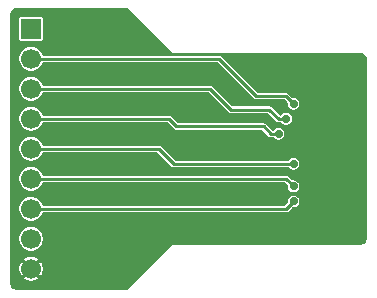
<source format=gbr>
%TF.GenerationSoftware,KiCad,Pcbnew,9.0.2+dfsg-1*%
%TF.CreationDate,2025-06-14T17:41:50+08:00*%
%TF.ProjectId,sd,73642e6b-6963-4616-945f-706362585858,rev?*%
%TF.SameCoordinates,Original*%
%TF.FileFunction,Copper,L2,Bot*%
%TF.FilePolarity,Positive*%
%FSLAX46Y46*%
G04 Gerber Fmt 4.6, Leading zero omitted, Abs format (unit mm)*
G04 Created by KiCad (PCBNEW 9.0.2+dfsg-1) date 2025-06-14 17:41:50*
%MOMM*%
%LPD*%
G01*
G04 APERTURE LIST*
%TA.AperFunction,ComponentPad*%
%ADD10R,1.700000X1.700000*%
%TD*%
%TA.AperFunction,ComponentPad*%
%ADD11C,1.700000*%
%TD*%
%TA.AperFunction,ViaPad*%
%ADD12C,0.700000*%
%TD*%
%TA.AperFunction,Conductor*%
%ADD13C,0.228600*%
%TD*%
G04 APERTURE END LIST*
D10*
%TO.P,J2,1,Pin_1*%
%TO.N,VCC*%
X147955000Y-85090000D03*
D11*
%TO.P,J2,2,Pin_2*%
%TO.N,/D2*%
X147955000Y-87630000D03*
%TO.P,J2,3,Pin_3*%
%TO.N,/D3*%
X147955000Y-90170000D03*
%TO.P,J2,4,Pin_4*%
%TO.N,/CMD*%
X147955000Y-92710000D03*
%TO.P,J2,5,Pin_5*%
%TO.N,/CLK*%
X147955000Y-95250000D03*
%TO.P,J2,6,Pin_6*%
%TO.N,/D0*%
X147955000Y-97790000D03*
%TO.P,J2,7,Pin_7*%
%TO.N,/D1*%
X147955000Y-100330000D03*
%TO.P,J2,8,Pin_8*%
%TO.N,/DET*%
X147955000Y-102870000D03*
%TO.P,J2,9,Pin_9*%
%TO.N,GND*%
X147955000Y-105410000D03*
%TD*%
D12*
%TO.N,GND*%
X168910000Y-89535000D03*
X156845000Y-105410000D03*
X156845000Y-99060000D03*
X168910000Y-102235000D03*
X170180000Y-102235000D03*
X151765000Y-86995000D03*
X150495000Y-104140000D03*
X150495000Y-88900000D03*
X151765000Y-96520000D03*
X173990000Y-98425000D03*
X155575000Y-105410000D03*
X163830000Y-99060000D03*
X150495000Y-84455000D03*
X150495000Y-96520000D03*
X151765000Y-101600000D03*
X151765000Y-84455000D03*
X150495000Y-86995000D03*
X173990000Y-90805000D03*
X153670000Y-93980000D03*
X167640000Y-102235000D03*
X168275000Y-99060000D03*
X170180000Y-89535000D03*
X154305000Y-105410000D03*
X150495000Y-91440000D03*
X150495000Y-99060000D03*
X151765000Y-104140000D03*
X173990000Y-93345000D03*
X156845000Y-84896400D03*
X151765000Y-91440000D03*
X151765000Y-88900000D03*
X151765000Y-93980000D03*
X165100000Y-90170000D03*
X150495000Y-93980000D03*
X163830000Y-95250000D03*
X163830000Y-92075000D03*
X167640000Y-89535000D03*
X159385000Y-91440000D03*
X173990000Y-100965000D03*
X159385000Y-99060000D03*
X173990000Y-95885000D03*
X168910000Y-91440000D03*
X156845000Y-86995000D03*
X155575000Y-93980000D03*
X159385000Y-93980000D03*
X150495000Y-101600000D03*
X151765000Y-99060000D03*
%TO.N,/CLK*%
X170180000Y-96520000D03*
%TO.N,/D1*%
X170180000Y-99695000D03*
%TO.N,/D3*%
X169545000Y-92710000D03*
%TO.N,/D0*%
X170180000Y-98425000D03*
%TO.N,/CMD*%
X168910000Y-93980000D03*
%TO.N,/D2*%
X170180000Y-91440000D03*
%TD*%
D13*
%TO.N,/CLK*%
X158750000Y-95250000D02*
X160020000Y-96520000D01*
X170180000Y-96520000D02*
X160020000Y-96520000D01*
X147955000Y-95250000D02*
X158750000Y-95250000D01*
%TO.N,/D1*%
X169545000Y-100330000D02*
X147955000Y-100330000D01*
X170180000Y-99695000D02*
X169545000Y-100330000D01*
%TO.N,/D3*%
X164850000Y-91920000D02*
X163100000Y-90170000D01*
X163100000Y-90170000D02*
X147955000Y-90170000D01*
X169545000Y-92710000D02*
X168910000Y-92710000D01*
X168120000Y-91920000D02*
X164850000Y-91920000D01*
X168910000Y-92710000D02*
X168120000Y-91920000D01*
%TO.N,/D0*%
X170180000Y-98425000D02*
X169545000Y-97790000D01*
X169545000Y-97790000D02*
X147955000Y-97790000D01*
%TO.N,/CMD*%
X159625000Y-92710000D02*
X160260000Y-93345000D01*
X167640000Y-93345000D02*
X168275000Y-93980000D01*
X168275000Y-93980000D02*
X168910000Y-93980000D01*
X147955000Y-92710000D02*
X159625000Y-92710000D01*
X160260000Y-93345000D02*
X167640000Y-93345000D01*
%TO.N,/D2*%
X169510000Y-90770000D02*
X167005000Y-90770000D01*
X167005000Y-90770000D02*
X163865000Y-87630000D01*
X170180000Y-91440000D02*
X169510000Y-90770000D01*
X163865000Y-87630000D02*
X147955000Y-87630000D01*
%TD*%
%TA.AperFunction,Conductor*%
%TO.N,GND*%
G36*
X156163856Y-83355493D02*
G01*
X156168692Y-83359926D01*
X159933388Y-87124622D01*
X159933390Y-87124623D01*
X159966308Y-87138258D01*
X159966313Y-87138259D01*
X159989586Y-87147900D01*
X159989587Y-87147900D01*
X160050414Y-87147900D01*
X175860102Y-87147900D01*
X175890069Y-87147900D01*
X175899884Y-87148543D01*
X176009964Y-87163035D01*
X176028920Y-87168114D01*
X176126907Y-87208702D01*
X176143902Y-87218514D01*
X176185973Y-87250796D01*
X176228041Y-87283077D01*
X176241922Y-87296958D01*
X176306483Y-87381094D01*
X176316299Y-87398095D01*
X176356884Y-87496076D01*
X176361965Y-87515038D01*
X176376457Y-87625114D01*
X176377100Y-87634930D01*
X176377100Y-102865069D01*
X176376457Y-102874885D01*
X176361965Y-102984961D01*
X176356884Y-103003923D01*
X176316299Y-103101904D01*
X176306483Y-103118905D01*
X176241922Y-103203041D01*
X176228041Y-103216922D01*
X176143905Y-103281483D01*
X176126904Y-103291299D01*
X176028923Y-103331884D01*
X176009961Y-103336965D01*
X175948558Y-103345049D01*
X175899883Y-103351457D01*
X175890069Y-103352100D01*
X159989586Y-103352100D01*
X159966309Y-103361741D01*
X159966307Y-103361741D01*
X159933391Y-103375376D01*
X159933388Y-103375378D01*
X156168692Y-107140074D01*
X156122072Y-107161814D01*
X156115518Y-107162100D01*
X146689931Y-107162100D01*
X146680116Y-107161457D01*
X146633046Y-107155260D01*
X146570038Y-107146965D01*
X146551076Y-107141884D01*
X146453095Y-107101299D01*
X146436094Y-107091483D01*
X146351958Y-107026922D01*
X146338077Y-107013041D01*
X146273516Y-106928905D01*
X146263702Y-106911907D01*
X146223114Y-106813920D01*
X146218035Y-106794964D01*
X146203543Y-106684884D01*
X146202900Y-106675069D01*
X146202900Y-105311270D01*
X146952600Y-105311270D01*
X146952600Y-105508729D01*
X146991121Y-105702385D01*
X146991122Y-105702388D01*
X147066684Y-105884812D01*
X147145982Y-106003491D01*
X147510086Y-105639386D01*
X147554901Y-105717007D01*
X147647993Y-105810099D01*
X147725611Y-105854912D01*
X147361507Y-106219016D01*
X147480187Y-106298315D01*
X147662611Y-106373877D01*
X147662614Y-106373878D01*
X147856270Y-106412400D01*
X148053730Y-106412400D01*
X148247385Y-106373878D01*
X148247388Y-106373877D01*
X148429816Y-106298313D01*
X148548490Y-106219017D01*
X148548491Y-106219016D01*
X148184387Y-105854912D01*
X148262007Y-105810099D01*
X148355099Y-105717007D01*
X148399912Y-105639387D01*
X148764016Y-106003491D01*
X148764017Y-106003490D01*
X148843313Y-105884816D01*
X148918877Y-105702388D01*
X148918878Y-105702385D01*
X148957400Y-105508729D01*
X148957400Y-105311270D01*
X148918878Y-105117614D01*
X148918877Y-105117611D01*
X148843315Y-104935187D01*
X148764016Y-104816507D01*
X148399912Y-105180611D01*
X148355099Y-105102993D01*
X148262007Y-105009901D01*
X148184387Y-104965087D01*
X148548491Y-104600982D01*
X148429812Y-104521684D01*
X148247388Y-104446122D01*
X148247385Y-104446121D01*
X148053730Y-104407600D01*
X147856270Y-104407600D01*
X147662614Y-104446121D01*
X147662611Y-104446122D01*
X147480184Y-104521685D01*
X147361507Y-104600981D01*
X147361507Y-104600982D01*
X147725612Y-104965087D01*
X147647993Y-105009901D01*
X147554901Y-105102993D01*
X147510087Y-105180612D01*
X147145982Y-104816507D01*
X147145981Y-104816507D01*
X147066685Y-104935184D01*
X146991122Y-105117611D01*
X146991121Y-105117614D01*
X146952600Y-105311270D01*
X146202900Y-105311270D01*
X146202900Y-102771222D01*
X146952100Y-102771222D01*
X146952100Y-102968777D01*
X146990641Y-103162537D01*
X146990642Y-103162538D01*
X147062892Y-103336965D01*
X147066241Y-103345051D01*
X147175996Y-103509312D01*
X147175997Y-103509313D01*
X147176000Y-103509317D01*
X147315682Y-103648999D01*
X147315685Y-103649001D01*
X147315688Y-103649004D01*
X147479949Y-103758759D01*
X147662461Y-103834357D01*
X147662462Y-103834358D01*
X147662463Y-103834358D01*
X147662465Y-103834359D01*
X147792218Y-103860168D01*
X147856222Y-103872900D01*
X147856223Y-103872900D01*
X148053778Y-103872900D01*
X148101889Y-103863329D01*
X148247535Y-103834359D01*
X148430051Y-103758759D01*
X148594312Y-103649004D01*
X148734004Y-103509312D01*
X148843759Y-103345051D01*
X148919359Y-103162535D01*
X148957900Y-102968777D01*
X148957900Y-102771223D01*
X148919359Y-102577465D01*
X148843759Y-102394949D01*
X148734004Y-102230688D01*
X148734001Y-102230685D01*
X148733999Y-102230682D01*
X148594317Y-102091000D01*
X148594313Y-102090997D01*
X148594312Y-102090996D01*
X148430051Y-101981241D01*
X148430049Y-101981240D01*
X148247538Y-101905642D01*
X148247537Y-101905641D01*
X148053778Y-101867100D01*
X148053777Y-101867100D01*
X147856223Y-101867100D01*
X147856222Y-101867100D01*
X147662462Y-101905641D01*
X147662461Y-101905642D01*
X147479950Y-101981240D01*
X147315682Y-102091000D01*
X147176000Y-102230682D01*
X147066240Y-102394950D01*
X146990642Y-102577461D01*
X146990641Y-102577462D01*
X146952100Y-102771222D01*
X146202900Y-102771222D01*
X146202900Y-100231222D01*
X146952100Y-100231222D01*
X146952100Y-100428777D01*
X146990641Y-100622537D01*
X146990642Y-100622538D01*
X147066241Y-100805051D01*
X147175996Y-100969312D01*
X147175997Y-100969313D01*
X147176000Y-100969317D01*
X147315682Y-101108999D01*
X147315685Y-101109001D01*
X147315688Y-101109004D01*
X147479949Y-101218759D01*
X147662461Y-101294357D01*
X147662462Y-101294358D01*
X147662463Y-101294358D01*
X147662465Y-101294359D01*
X147792218Y-101320168D01*
X147856222Y-101332900D01*
X147856223Y-101332900D01*
X148053778Y-101332900D01*
X148101889Y-101323329D01*
X148247535Y-101294359D01*
X148430051Y-101218759D01*
X148594312Y-101109004D01*
X148734004Y-100969312D01*
X148843759Y-100805051D01*
X148910625Y-100643620D01*
X148945376Y-100605697D01*
X148980100Y-100597200D01*
X169598147Y-100597200D01*
X169598149Y-100597200D01*
X169696357Y-100556521D01*
X170036707Y-100216170D01*
X170083326Y-100194431D01*
X170109342Y-100196707D01*
X170113792Y-100197900D01*
X170113793Y-100197900D01*
X170246206Y-100197900D01*
X170246208Y-100197900D01*
X170374112Y-100163629D01*
X170488788Y-100097421D01*
X170582421Y-100003788D01*
X170648629Y-99889112D01*
X170682900Y-99761208D01*
X170682900Y-99628792D01*
X170648629Y-99500888D01*
X170648628Y-99500887D01*
X170648628Y-99500885D01*
X170611613Y-99436775D01*
X170582421Y-99386212D01*
X170582419Y-99386210D01*
X170582417Y-99386207D01*
X170488792Y-99292582D01*
X170488786Y-99292578D01*
X170374114Y-99226371D01*
X170310160Y-99209235D01*
X170246208Y-99192100D01*
X170113792Y-99192100D01*
X170062630Y-99205808D01*
X169985885Y-99226371D01*
X169871213Y-99292578D01*
X169871207Y-99292582D01*
X169777582Y-99386207D01*
X169777578Y-99386213D01*
X169711371Y-99500885D01*
X169697945Y-99550996D01*
X169677100Y-99628792D01*
X169677100Y-99761208D01*
X169678292Y-99765656D01*
X169673807Y-99816900D01*
X169658829Y-99838291D01*
X169456348Y-100040774D01*
X169409727Y-100062514D01*
X169403173Y-100062800D01*
X148980100Y-100062800D01*
X148931762Y-100045207D01*
X148910625Y-100016379D01*
X148843759Y-99854949D01*
X148734004Y-99690688D01*
X148734001Y-99690685D01*
X148733999Y-99690682D01*
X148594317Y-99551000D01*
X148594313Y-99550997D01*
X148594312Y-99550996D01*
X148430051Y-99441241D01*
X148297201Y-99386213D01*
X148247538Y-99365642D01*
X148247537Y-99365641D01*
X148053778Y-99327100D01*
X148053777Y-99327100D01*
X147856223Y-99327100D01*
X147856222Y-99327100D01*
X147662462Y-99365641D01*
X147662461Y-99365642D01*
X147479950Y-99441240D01*
X147315682Y-99551000D01*
X147176000Y-99690682D01*
X147066240Y-99854950D01*
X146990642Y-100037461D01*
X146990641Y-100037462D01*
X146952100Y-100231222D01*
X146202900Y-100231222D01*
X146202900Y-97691222D01*
X146952100Y-97691222D01*
X146952100Y-97888777D01*
X146990641Y-98082537D01*
X146990642Y-98082538D01*
X147066241Y-98265051D01*
X147175996Y-98429312D01*
X147175997Y-98429313D01*
X147176000Y-98429317D01*
X147315682Y-98568999D01*
X147315685Y-98569001D01*
X147315688Y-98569004D01*
X147479949Y-98678759D01*
X147662461Y-98754357D01*
X147662462Y-98754358D01*
X147662463Y-98754358D01*
X147662465Y-98754359D01*
X147792218Y-98780168D01*
X147856222Y-98792900D01*
X147856223Y-98792900D01*
X148053778Y-98792900D01*
X148101889Y-98783329D01*
X148247535Y-98754359D01*
X148430051Y-98678759D01*
X148594312Y-98569004D01*
X148734004Y-98429312D01*
X148843759Y-98265051D01*
X148910625Y-98103620D01*
X148945376Y-98065697D01*
X148980100Y-98057200D01*
X169403174Y-98057200D01*
X169451512Y-98074793D01*
X169456348Y-98079226D01*
X169658827Y-98281705D01*
X169680567Y-98328325D01*
X169678293Y-98354332D01*
X169677100Y-98358785D01*
X169677100Y-98358792D01*
X169677100Y-98491208D01*
X169697662Y-98567950D01*
X169711371Y-98619114D01*
X169777578Y-98733786D01*
X169777582Y-98733792D01*
X169871207Y-98827417D01*
X169871210Y-98827419D01*
X169871212Y-98827421D01*
X169921775Y-98856613D01*
X169985885Y-98893628D01*
X169985887Y-98893628D01*
X169985888Y-98893629D01*
X170113792Y-98927900D01*
X170113794Y-98927900D01*
X170246206Y-98927900D01*
X170246208Y-98927900D01*
X170374112Y-98893629D01*
X170488788Y-98827421D01*
X170582421Y-98733788D01*
X170648629Y-98619112D01*
X170682900Y-98491208D01*
X170682900Y-98358792D01*
X170648629Y-98230888D01*
X170648628Y-98230887D01*
X170648628Y-98230885D01*
X170611613Y-98166775D01*
X170582421Y-98116212D01*
X170582419Y-98116210D01*
X170582417Y-98116207D01*
X170488792Y-98022582D01*
X170488786Y-98022578D01*
X170374114Y-97956371D01*
X170310160Y-97939235D01*
X170246208Y-97922100D01*
X170113792Y-97922100D01*
X170113789Y-97922100D01*
X170109335Y-97923293D01*
X170058092Y-97918804D01*
X170036706Y-97903827D01*
X169696359Y-97563480D01*
X169696357Y-97563479D01*
X169598149Y-97522800D01*
X169598148Y-97522800D01*
X148980100Y-97522800D01*
X148931762Y-97505207D01*
X148910625Y-97476379D01*
X148843759Y-97314949D01*
X148734004Y-97150688D01*
X148734001Y-97150685D01*
X148733999Y-97150682D01*
X148594317Y-97011000D01*
X148594313Y-97010997D01*
X148594312Y-97010996D01*
X148430051Y-96901241D01*
X148430049Y-96901240D01*
X148247538Y-96825642D01*
X148247537Y-96825641D01*
X148053778Y-96787100D01*
X148053777Y-96787100D01*
X147856223Y-96787100D01*
X147856222Y-96787100D01*
X147662462Y-96825641D01*
X147662461Y-96825642D01*
X147479950Y-96901240D01*
X147315682Y-97011000D01*
X147176000Y-97150682D01*
X147066240Y-97314950D01*
X146990642Y-97497461D01*
X146990641Y-97497462D01*
X146952100Y-97691222D01*
X146202900Y-97691222D01*
X146202900Y-95151222D01*
X146952100Y-95151222D01*
X146952100Y-95348777D01*
X146990641Y-95542537D01*
X146990642Y-95542538D01*
X147066241Y-95725051D01*
X147175996Y-95889312D01*
X147175997Y-95889313D01*
X147176000Y-95889317D01*
X147315682Y-96028999D01*
X147315685Y-96029001D01*
X147315688Y-96029004D01*
X147479949Y-96138759D01*
X147662461Y-96214357D01*
X147662462Y-96214358D01*
X147662463Y-96214358D01*
X147662465Y-96214359D01*
X147767275Y-96235207D01*
X147856222Y-96252900D01*
X147856223Y-96252900D01*
X148053778Y-96252900D01*
X148142725Y-96235207D01*
X148247535Y-96214359D01*
X148430051Y-96138759D01*
X148594312Y-96029004D01*
X148734004Y-95889312D01*
X148843759Y-95725051D01*
X148910625Y-95563620D01*
X148945376Y-95525697D01*
X148980100Y-95517200D01*
X158608174Y-95517200D01*
X158656512Y-95534793D01*
X158661348Y-95539226D01*
X159793479Y-96671357D01*
X159868643Y-96746521D01*
X159966851Y-96787200D01*
X169710151Y-96787200D01*
X169758489Y-96804793D01*
X169775277Y-96824801D01*
X169777579Y-96828789D01*
X169871207Y-96922417D01*
X169871210Y-96922419D01*
X169871212Y-96922421D01*
X169921775Y-96951613D01*
X169985885Y-96988628D01*
X169985887Y-96988628D01*
X169985888Y-96988629D01*
X170113792Y-97022900D01*
X170113794Y-97022900D01*
X170246206Y-97022900D01*
X170246208Y-97022900D01*
X170374112Y-96988629D01*
X170488788Y-96922421D01*
X170582421Y-96828788D01*
X170648629Y-96714112D01*
X170682900Y-96586208D01*
X170682900Y-96453792D01*
X170648629Y-96325888D01*
X170648628Y-96325887D01*
X170648628Y-96325885D01*
X170593715Y-96230774D01*
X170582421Y-96211212D01*
X170582419Y-96211210D01*
X170582417Y-96211207D01*
X170488792Y-96117582D01*
X170488786Y-96117578D01*
X170374114Y-96051371D01*
X170290635Y-96029004D01*
X170246208Y-96017100D01*
X170113792Y-96017100D01*
X170069365Y-96029004D01*
X169985885Y-96051371D01*
X169871213Y-96117578D01*
X169871207Y-96117582D01*
X169777579Y-96211210D01*
X169775277Y-96215199D01*
X169735872Y-96248264D01*
X169710151Y-96252800D01*
X160161826Y-96252800D01*
X160113488Y-96235207D01*
X160108652Y-96230774D01*
X158901359Y-95023480D01*
X158901357Y-95023479D01*
X158803149Y-94982800D01*
X158803148Y-94982800D01*
X148980100Y-94982800D01*
X148931762Y-94965207D01*
X148910625Y-94936379D01*
X148843759Y-94774949D01*
X148734004Y-94610688D01*
X148734001Y-94610685D01*
X148733999Y-94610682D01*
X148594317Y-94471000D01*
X148594313Y-94470997D01*
X148594312Y-94470996D01*
X148430051Y-94361241D01*
X148430049Y-94361240D01*
X148247538Y-94285642D01*
X148247537Y-94285641D01*
X148053778Y-94247100D01*
X148053777Y-94247100D01*
X147856223Y-94247100D01*
X147856222Y-94247100D01*
X147662462Y-94285641D01*
X147662461Y-94285642D01*
X147479950Y-94361240D01*
X147315682Y-94471000D01*
X147176000Y-94610682D01*
X147066240Y-94774950D01*
X146990642Y-94957461D01*
X146990641Y-94957462D01*
X146952100Y-95151222D01*
X146202900Y-95151222D01*
X146202900Y-92611222D01*
X146952100Y-92611222D01*
X146952100Y-92808777D01*
X146990641Y-93002537D01*
X146990642Y-93002538D01*
X147063581Y-93178629D01*
X147066241Y-93185051D01*
X147175996Y-93349312D01*
X147175997Y-93349313D01*
X147176000Y-93349317D01*
X147315682Y-93488999D01*
X147315685Y-93489001D01*
X147315688Y-93489004D01*
X147479949Y-93598759D01*
X147662461Y-93674357D01*
X147662462Y-93674358D01*
X147662463Y-93674358D01*
X147662465Y-93674359D01*
X147767275Y-93695207D01*
X147856222Y-93712900D01*
X147856223Y-93712900D01*
X148053778Y-93712900D01*
X148142725Y-93695207D01*
X148247535Y-93674359D01*
X148430051Y-93598759D01*
X148594312Y-93489004D01*
X148734004Y-93349312D01*
X148843759Y-93185051D01*
X148910625Y-93023620D01*
X148945376Y-92985697D01*
X148980100Y-92977200D01*
X159483174Y-92977200D01*
X159531512Y-92994793D01*
X159536348Y-92999226D01*
X160033479Y-93496357D01*
X160108643Y-93571521D01*
X160206851Y-93612200D01*
X167498174Y-93612200D01*
X167546512Y-93629793D01*
X167551348Y-93634226D01*
X168048479Y-94131357D01*
X168123643Y-94206521D01*
X168221851Y-94247200D01*
X168440151Y-94247200D01*
X168488489Y-94264793D01*
X168505277Y-94284801D01*
X168507579Y-94288789D01*
X168601207Y-94382417D01*
X168601210Y-94382419D01*
X168601212Y-94382421D01*
X168651775Y-94411613D01*
X168715885Y-94448628D01*
X168715887Y-94448628D01*
X168715888Y-94448629D01*
X168843792Y-94482900D01*
X168843794Y-94482900D01*
X168976206Y-94482900D01*
X168976208Y-94482900D01*
X169104112Y-94448629D01*
X169218788Y-94382421D01*
X169312421Y-94288788D01*
X169378629Y-94174112D01*
X169412900Y-94046208D01*
X169412900Y-93913792D01*
X169378629Y-93785888D01*
X169378628Y-93785887D01*
X169378628Y-93785885D01*
X169314723Y-93675200D01*
X169312421Y-93671212D01*
X169312419Y-93671210D01*
X169312417Y-93671207D01*
X169218792Y-93577582D01*
X169218786Y-93577578D01*
X169104114Y-93511371D01*
X169020635Y-93489004D01*
X168976208Y-93477100D01*
X168843792Y-93477100D01*
X168799365Y-93489004D01*
X168715885Y-93511371D01*
X168601213Y-93577578D01*
X168601207Y-93577582D01*
X168507579Y-93671210D01*
X168505277Y-93675199D01*
X168505276Y-93675199D01*
X168505276Y-93675200D01*
X168465871Y-93708265D01*
X168440151Y-93712800D01*
X168416826Y-93712800D01*
X168368488Y-93695207D01*
X168363652Y-93690774D01*
X167791359Y-93118480D01*
X167791357Y-93118479D01*
X167693149Y-93077800D01*
X167693148Y-93077800D01*
X160401826Y-93077800D01*
X160353488Y-93060207D01*
X160348652Y-93055774D01*
X159776359Y-92483480D01*
X159776357Y-92483479D01*
X159678149Y-92442800D01*
X159678148Y-92442800D01*
X148980100Y-92442800D01*
X148931762Y-92425207D01*
X148910625Y-92396379D01*
X148843759Y-92234949D01*
X148734004Y-92070688D01*
X148734001Y-92070685D01*
X148733999Y-92070682D01*
X148594317Y-91931000D01*
X148594313Y-91930997D01*
X148594312Y-91930996D01*
X148430051Y-91821241D01*
X148430049Y-91821240D01*
X148247538Y-91745642D01*
X148247537Y-91745641D01*
X148053778Y-91707100D01*
X148053777Y-91707100D01*
X147856223Y-91707100D01*
X147856222Y-91707100D01*
X147662462Y-91745641D01*
X147662461Y-91745642D01*
X147479950Y-91821240D01*
X147315682Y-91931000D01*
X147176000Y-92070682D01*
X147066240Y-92234950D01*
X146990642Y-92417461D01*
X146990641Y-92417462D01*
X146952100Y-92611222D01*
X146202900Y-92611222D01*
X146202900Y-90071222D01*
X146952100Y-90071222D01*
X146952100Y-90268777D01*
X146990641Y-90462537D01*
X146990642Y-90462538D01*
X147066241Y-90645051D01*
X147175996Y-90809312D01*
X147175997Y-90809313D01*
X147176000Y-90809317D01*
X147315682Y-90948999D01*
X147315685Y-90949001D01*
X147315688Y-90949004D01*
X147479949Y-91058759D01*
X147662461Y-91134357D01*
X147662462Y-91134358D01*
X147662463Y-91134358D01*
X147662465Y-91134359D01*
X147792218Y-91160168D01*
X147856222Y-91172900D01*
X147856223Y-91172900D01*
X148053778Y-91172900D01*
X148101889Y-91163329D01*
X148247535Y-91134359D01*
X148430051Y-91058759D01*
X148594312Y-90949004D01*
X148734004Y-90809312D01*
X148843759Y-90645051D01*
X148910625Y-90483620D01*
X148945376Y-90445697D01*
X148980100Y-90437200D01*
X162958174Y-90437200D01*
X163006512Y-90454793D01*
X163011348Y-90459226D01*
X164623479Y-92071357D01*
X164698643Y-92146521D01*
X164796851Y-92187200D01*
X167978174Y-92187200D01*
X168026512Y-92204793D01*
X168031348Y-92209226D01*
X168758640Y-92936519D01*
X168758641Y-92936519D01*
X168758643Y-92936521D01*
X168856851Y-92977200D01*
X168963149Y-92977200D01*
X169075151Y-92977200D01*
X169123489Y-92994793D01*
X169140277Y-93014801D01*
X169142579Y-93018789D01*
X169236207Y-93112417D01*
X169236210Y-93112419D01*
X169236212Y-93112421D01*
X169246707Y-93118480D01*
X169350885Y-93178628D01*
X169350887Y-93178628D01*
X169350888Y-93178629D01*
X169478792Y-93212900D01*
X169478794Y-93212900D01*
X169611206Y-93212900D01*
X169611208Y-93212900D01*
X169739112Y-93178629D01*
X169853788Y-93112421D01*
X169947421Y-93018788D01*
X170013629Y-92904112D01*
X170047900Y-92776208D01*
X170047900Y-92643792D01*
X170013629Y-92515888D01*
X170013628Y-92515887D01*
X170013628Y-92515885D01*
X169958715Y-92420774D01*
X169947421Y-92401212D01*
X169947419Y-92401210D01*
X169947417Y-92401207D01*
X169853792Y-92307582D01*
X169853786Y-92307578D01*
X169739114Y-92241371D01*
X169675160Y-92224235D01*
X169611208Y-92207100D01*
X169478792Y-92207100D01*
X169427630Y-92220808D01*
X169350885Y-92241371D01*
X169236213Y-92307578D01*
X169236207Y-92307582D01*
X169142579Y-92401210D01*
X169140277Y-92405199D01*
X169140276Y-92405199D01*
X169140276Y-92405200D01*
X169100871Y-92438265D01*
X169075151Y-92442800D01*
X169051826Y-92442800D01*
X169003488Y-92425207D01*
X168998652Y-92420774D01*
X168271359Y-91693480D01*
X168271357Y-91693479D01*
X168173149Y-91652800D01*
X168173148Y-91652800D01*
X164991826Y-91652800D01*
X164943488Y-91635207D01*
X164938652Y-91630774D01*
X163251359Y-89943480D01*
X163251357Y-89943479D01*
X163153149Y-89902800D01*
X163153148Y-89902800D01*
X148980100Y-89902800D01*
X148931762Y-89885207D01*
X148910625Y-89856379D01*
X148843759Y-89694949D01*
X148734004Y-89530688D01*
X148734001Y-89530685D01*
X148733999Y-89530682D01*
X148594317Y-89391000D01*
X148594313Y-89390997D01*
X148594312Y-89390996D01*
X148430051Y-89281241D01*
X148430049Y-89281240D01*
X148247538Y-89205642D01*
X148247537Y-89205641D01*
X148053778Y-89167100D01*
X148053777Y-89167100D01*
X147856223Y-89167100D01*
X147856222Y-89167100D01*
X147662462Y-89205641D01*
X147662461Y-89205642D01*
X147479950Y-89281240D01*
X147315682Y-89391000D01*
X147176000Y-89530682D01*
X147066240Y-89694950D01*
X146990642Y-89877461D01*
X146990641Y-89877462D01*
X146952100Y-90071222D01*
X146202900Y-90071222D01*
X146202900Y-87531222D01*
X146952100Y-87531222D01*
X146952100Y-87728777D01*
X146990641Y-87922537D01*
X146990642Y-87922538D01*
X147066241Y-88105051D01*
X147175996Y-88269312D01*
X147175997Y-88269313D01*
X147176000Y-88269317D01*
X147315682Y-88408999D01*
X147315685Y-88409001D01*
X147315688Y-88409004D01*
X147479949Y-88518759D01*
X147662461Y-88594357D01*
X147662462Y-88594358D01*
X147662463Y-88594358D01*
X147662465Y-88594359D01*
X147792218Y-88620168D01*
X147856222Y-88632900D01*
X147856223Y-88632900D01*
X148053778Y-88632900D01*
X148101889Y-88623329D01*
X148247535Y-88594359D01*
X148430051Y-88518759D01*
X148594312Y-88409004D01*
X148734004Y-88269312D01*
X148843759Y-88105051D01*
X148910625Y-87943620D01*
X148945376Y-87905697D01*
X148980100Y-87897200D01*
X163723174Y-87897200D01*
X163771512Y-87914793D01*
X163776348Y-87919226D01*
X166853640Y-90996519D01*
X166853641Y-90996519D01*
X166853643Y-90996521D01*
X166951851Y-91037200D01*
X167058149Y-91037200D01*
X169368174Y-91037200D01*
X169416512Y-91054793D01*
X169421348Y-91059226D01*
X169658827Y-91296705D01*
X169680567Y-91343325D01*
X169678293Y-91369332D01*
X169677100Y-91373785D01*
X169677100Y-91373792D01*
X169677100Y-91506208D01*
X169697662Y-91582950D01*
X169711371Y-91634114D01*
X169777578Y-91748786D01*
X169777582Y-91748792D01*
X169871207Y-91842417D01*
X169871210Y-91842419D01*
X169871212Y-91842421D01*
X169921775Y-91871613D01*
X169985885Y-91908628D01*
X169985887Y-91908628D01*
X169985888Y-91908629D01*
X170113792Y-91942900D01*
X170113794Y-91942900D01*
X170246206Y-91942900D01*
X170246208Y-91942900D01*
X170374112Y-91908629D01*
X170488788Y-91842421D01*
X170582421Y-91748788D01*
X170648629Y-91634112D01*
X170682900Y-91506208D01*
X170682900Y-91373792D01*
X170648629Y-91245888D01*
X170648628Y-91245887D01*
X170648628Y-91245885D01*
X170606489Y-91172900D01*
X170582421Y-91131212D01*
X170582419Y-91131210D01*
X170582417Y-91131207D01*
X170488792Y-91037582D01*
X170488786Y-91037578D01*
X170488131Y-91037200D01*
X170475238Y-91029756D01*
X170374114Y-90971371D01*
X170310160Y-90954235D01*
X170246208Y-90937100D01*
X170113792Y-90937100D01*
X170113789Y-90937100D01*
X170109335Y-90938293D01*
X170058092Y-90933804D01*
X170036706Y-90918827D01*
X169661359Y-90543480D01*
X169661357Y-90543479D01*
X169563149Y-90502800D01*
X169563148Y-90502800D01*
X167146826Y-90502800D01*
X167098488Y-90485207D01*
X167093652Y-90480774D01*
X164016359Y-87403480D01*
X164016357Y-87403479D01*
X163918149Y-87362800D01*
X163918148Y-87362800D01*
X148980100Y-87362800D01*
X148931762Y-87345207D01*
X148910625Y-87316379D01*
X148843759Y-87154949D01*
X148734004Y-86990688D01*
X148734001Y-86990685D01*
X148733999Y-86990682D01*
X148594317Y-86851000D01*
X148594313Y-86850997D01*
X148594312Y-86850996D01*
X148430051Y-86741241D01*
X148430049Y-86741240D01*
X148247538Y-86665642D01*
X148247537Y-86665641D01*
X148053778Y-86627100D01*
X148053777Y-86627100D01*
X147856223Y-86627100D01*
X147856222Y-86627100D01*
X147662462Y-86665641D01*
X147662461Y-86665642D01*
X147479950Y-86741240D01*
X147315682Y-86851000D01*
X147176000Y-86990682D01*
X147066240Y-87154950D01*
X146990642Y-87337461D01*
X146990641Y-87337462D01*
X146952100Y-87531222D01*
X146202900Y-87531222D01*
X146202900Y-84224942D01*
X146952100Y-84224942D01*
X146952100Y-85955055D01*
X146952101Y-85955057D01*
X146960972Y-85999659D01*
X146994764Y-86050232D01*
X146994765Y-86050232D01*
X146994766Y-86050234D01*
X147045342Y-86084028D01*
X147089943Y-86092900D01*
X148820056Y-86092899D01*
X148864658Y-86084028D01*
X148915234Y-86050234D01*
X148949028Y-85999658D01*
X148957900Y-85955057D01*
X148957899Y-84224944D01*
X148949028Y-84180342D01*
X148915234Y-84129766D01*
X148864658Y-84095972D01*
X148864656Y-84095971D01*
X148820057Y-84087100D01*
X147089944Y-84087100D01*
X147089942Y-84087101D01*
X147045340Y-84095972D01*
X146994767Y-84129764D01*
X146960972Y-84180342D01*
X146960971Y-84180343D01*
X146952100Y-84224942D01*
X146202900Y-84224942D01*
X146202900Y-83824930D01*
X146203543Y-83815115D01*
X146213116Y-83742399D01*
X146218035Y-83705033D01*
X146223113Y-83686081D01*
X146263703Y-83588088D01*
X146273512Y-83571100D01*
X146338078Y-83486956D01*
X146351958Y-83473077D01*
X146436100Y-83408512D01*
X146453088Y-83398703D01*
X146551081Y-83358113D01*
X146570033Y-83353035D01*
X146680116Y-83338543D01*
X146689931Y-83337900D01*
X146719898Y-83337900D01*
X156115518Y-83337900D01*
X156163856Y-83355493D01*
G37*
%TD.AperFunction*%
%TD*%
M02*

</source>
